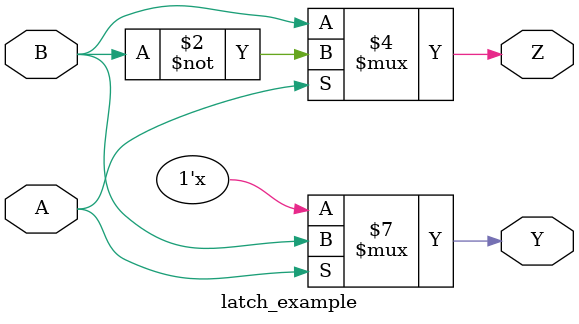
<source format=v>
module latch_example(A,B,Y,Z); 
   input   A,B; 
   output  Y,Z;
   reg     Y,Z;

   always@(A or B)
   begin: p0
     if (A) 
        begin
           Y = B;
           Z = ~ B;
        end
     else 
           Z = B;
     end  
						
endmodule

</source>
